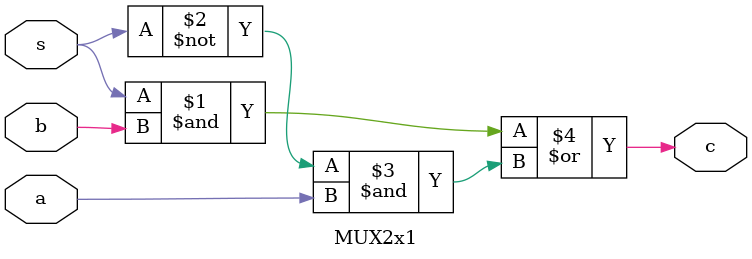
<source format=v>
`timescale 1ns / 1ps


module MUX2x1(
input a, b, s, output c
    );
    
    assign c = s&b | ~s&a;
    
endmodule

</source>
